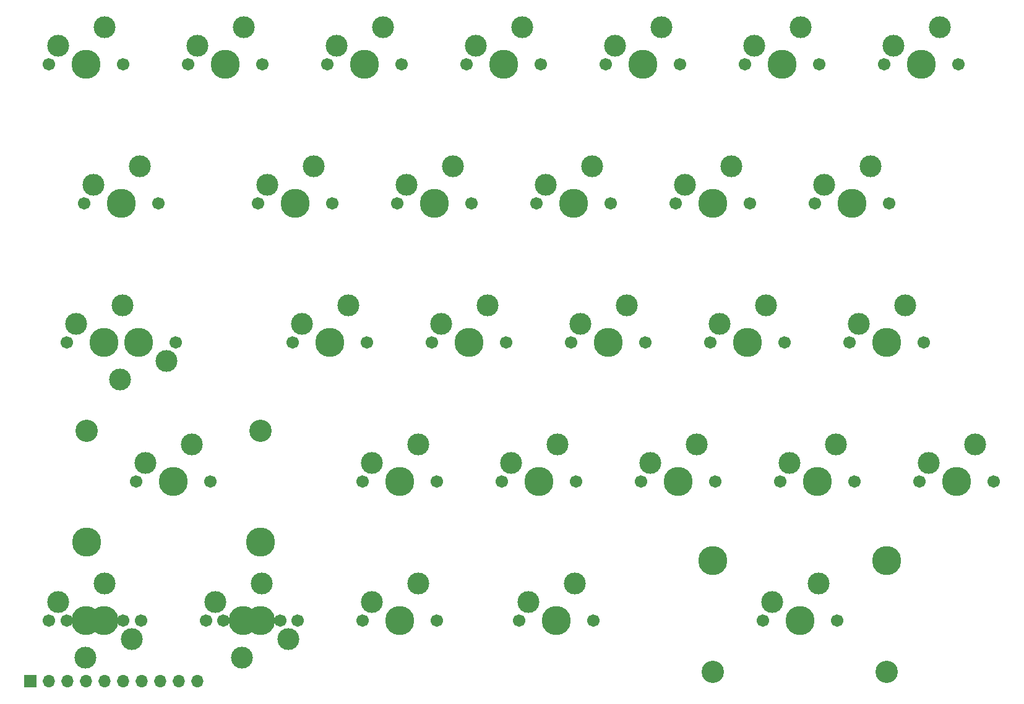
<source format=gbr>
%TF.GenerationSoftware,KiCad,Pcbnew,(5.1.10)-1*%
%TF.CreationDate,2023-08-12T15:50:22-04:00*%
%TF.ProjectId,niche65_mk2_left_RIGID,6e696368-6536-4355-9f6d-6b325f6c6566,rev?*%
%TF.SameCoordinates,Original*%
%TF.FileFunction,Soldermask,Top*%
%TF.FilePolarity,Negative*%
%FSLAX46Y46*%
G04 Gerber Fmt 4.6, Leading zero omitted, Abs format (unit mm)*
G04 Created by KiCad (PCBNEW (5.1.10)-1) date 2023-08-12 15:50:22*
%MOMM*%
%LPD*%
G01*
G04 APERTURE LIST*
%ADD10C,3.987800*%
%ADD11C,3.048000*%
%ADD12C,1.701800*%
%ADD13C,3.000000*%
%ADD14O,1.700000X1.700000*%
%ADD15R,1.700000X1.700000*%
G04 APERTURE END LIST*
D10*
%TO.C,REF\u002A\u002A*%
X123806250Y-165405000D03*
X100006250Y-165405000D03*
D11*
X123806250Y-150165000D03*
X100006250Y-150165000D03*
%TD*%
%TO.C,REF\u002A\u002A*%
X209531250Y-183185000D03*
X185731250Y-183185000D03*
D10*
X209531250Y-167945000D03*
X185731250Y-167945000D03*
%TD*%
D12*
%TO.C,SW1*%
X94920000Y-100000000D03*
X105080000Y-100000000D03*
D10*
X100000000Y-100000000D03*
D13*
X96190000Y-97460000D03*
X102540000Y-94920000D03*
%TD*%
%TO.C,SW2*%
X121590000Y-94920000D03*
X115240000Y-97460000D03*
D10*
X119050000Y-100000000D03*
D12*
X124130000Y-100000000D03*
X113970000Y-100000000D03*
%TD*%
%TO.C,SW3*%
X133020000Y-100000000D03*
X143180000Y-100000000D03*
D10*
X138100000Y-100000000D03*
D13*
X134290000Y-97460000D03*
X140640000Y-94920000D03*
%TD*%
D12*
%TO.C,SW4*%
X152070000Y-100000000D03*
X162230000Y-100000000D03*
D10*
X157150000Y-100000000D03*
D13*
X153340000Y-97460000D03*
X159690000Y-94920000D03*
%TD*%
%TO.C,SW5*%
X178740000Y-94920000D03*
X172390000Y-97460000D03*
D10*
X176200000Y-100000000D03*
D12*
X181280000Y-100000000D03*
X171120000Y-100000000D03*
%TD*%
%TO.C,SW6*%
X190170000Y-100000000D03*
X200330000Y-100000000D03*
D10*
X195250000Y-100000000D03*
D13*
X191440000Y-97460000D03*
X197790000Y-94920000D03*
%TD*%
D12*
%TO.C,SW7*%
X209220000Y-100000000D03*
X219380000Y-100000000D03*
D10*
X214300000Y-100000000D03*
D13*
X210490000Y-97460000D03*
X216840000Y-94920000D03*
%TD*%
%TO.C,SW8*%
X107302500Y-113970000D03*
X100952500Y-116510000D03*
D10*
X104762500Y-119050000D03*
D12*
X109842500Y-119050000D03*
X99682500Y-119050000D03*
%TD*%
%TO.C,SW9*%
X123495000Y-119050000D03*
X133655000Y-119050000D03*
D10*
X128575000Y-119050000D03*
D13*
X124765000Y-116510000D03*
X131115000Y-113970000D03*
%TD*%
%TO.C,SW10*%
X150165000Y-113970000D03*
X143815000Y-116510000D03*
D10*
X147625000Y-119050000D03*
D12*
X152705000Y-119050000D03*
X142545000Y-119050000D03*
%TD*%
%TO.C,SW11*%
X161595000Y-119050000D03*
X171755000Y-119050000D03*
D10*
X166675000Y-119050000D03*
D13*
X162865000Y-116510000D03*
X169215000Y-113970000D03*
%TD*%
%TO.C,SW12*%
X188265000Y-113970000D03*
X181915000Y-116510000D03*
D10*
X185725000Y-119050000D03*
D12*
X190805000Y-119050000D03*
X180645000Y-119050000D03*
%TD*%
%TO.C,SW13*%
X199695000Y-119050000D03*
X209855000Y-119050000D03*
D10*
X204775000Y-119050000D03*
D13*
X200965000Y-116510000D03*
X207315000Y-113970000D03*
%TD*%
%TO.C,SW14*%
X104921250Y-133020000D03*
X98571250Y-135560000D03*
D10*
X102381250Y-138100000D03*
D12*
X107461250Y-138100000D03*
X97301250Y-138100000D03*
%TD*%
D13*
%TO.C,SW15*%
X135877500Y-133020000D03*
X129527500Y-135560000D03*
D10*
X133337500Y-138100000D03*
D12*
X138417500Y-138100000D03*
X128257500Y-138100000D03*
%TD*%
%TO.C,SW16*%
X147307500Y-138100000D03*
X157467500Y-138100000D03*
D10*
X152387500Y-138100000D03*
D13*
X148577500Y-135560000D03*
X154927500Y-133020000D03*
%TD*%
D12*
%TO.C,SW17*%
X166357500Y-138100000D03*
X176517500Y-138100000D03*
D10*
X171437500Y-138100000D03*
D13*
X167627500Y-135560000D03*
X173977500Y-133020000D03*
%TD*%
%TO.C,SW18*%
X193027500Y-133020000D03*
X186677500Y-135560000D03*
D10*
X190487500Y-138100000D03*
D12*
X195567500Y-138100000D03*
X185407500Y-138100000D03*
%TD*%
%TO.C,SW19*%
X204457500Y-138100000D03*
X214617500Y-138100000D03*
D10*
X209537500Y-138100000D03*
D13*
X205727500Y-135560000D03*
X212077500Y-133020000D03*
%TD*%
%TO.C,SW20*%
X114446250Y-152070000D03*
X108096250Y-154610000D03*
D10*
X111906250Y-157150000D03*
D12*
X116986250Y-157150000D03*
X106826250Y-157150000D03*
%TD*%
D13*
%TO.C,SW22*%
X145402500Y-152070000D03*
X139052500Y-154610000D03*
D10*
X142862500Y-157150000D03*
D12*
X147942500Y-157150000D03*
X137782500Y-157150000D03*
%TD*%
%TO.C,SW23*%
X156832500Y-157150000D03*
X166992500Y-157150000D03*
D10*
X161912500Y-157150000D03*
D13*
X158102500Y-154610000D03*
X164452500Y-152070000D03*
%TD*%
%TO.C,SW24*%
X183502500Y-152070000D03*
X177152500Y-154610000D03*
D10*
X180962500Y-157150000D03*
D12*
X186042500Y-157150000D03*
X175882500Y-157150000D03*
%TD*%
%TO.C,SW25*%
X194932500Y-157150000D03*
X205092500Y-157150000D03*
D10*
X200012500Y-157150000D03*
D13*
X196202500Y-154610000D03*
X202552500Y-152070000D03*
%TD*%
%TO.C,SW26*%
X221602500Y-152070000D03*
X215252500Y-154610000D03*
D10*
X219062500Y-157150000D03*
D12*
X224142500Y-157150000D03*
X213982500Y-157150000D03*
%TD*%
D13*
%TO.C,SW27*%
X102540000Y-171120000D03*
X96190000Y-173660000D03*
D10*
X100000000Y-176200000D03*
D12*
X105080000Y-176200000D03*
X94920000Y-176200000D03*
%TD*%
D13*
%TO.C,SW28*%
X123971250Y-171120000D03*
X117621250Y-173660000D03*
D10*
X121431250Y-176200000D03*
D12*
X126511250Y-176200000D03*
X116351250Y-176200000D03*
%TD*%
D13*
%TO.C,SW29*%
X145402500Y-171120000D03*
X139052500Y-173660000D03*
D10*
X142862500Y-176200000D03*
D12*
X147942500Y-176200000D03*
X137782500Y-176200000D03*
%TD*%
%TO.C,SW30*%
X159213750Y-176200000D03*
X169373750Y-176200000D03*
D10*
X164293750Y-176200000D03*
D13*
X160483750Y-173660000D03*
X166833750Y-171120000D03*
%TD*%
%TO.C,SW31*%
X200171250Y-171120000D03*
X193821250Y-173660000D03*
D10*
X197631250Y-176200000D03*
D12*
X202711250Y-176200000D03*
X192551250Y-176200000D03*
%TD*%
D13*
%TO.C,SW141*%
X104603750Y-143180000D03*
X110953750Y-140640000D03*
D10*
X107143750Y-138100000D03*
D12*
X102063750Y-138100000D03*
X112223750Y-138100000D03*
%TD*%
%TO.C,SW271*%
X107461250Y-176200000D03*
X97301250Y-176200000D03*
D10*
X102381250Y-176200000D03*
D13*
X106191250Y-178740000D03*
X99841250Y-181280000D03*
%TD*%
D12*
%TO.C,SW281*%
X128892500Y-176200000D03*
X118732500Y-176200000D03*
D10*
X123812500Y-176200000D03*
D13*
X127622500Y-178740000D03*
X121272500Y-181280000D03*
%TD*%
D14*
%TO.C,J10*%
X115240000Y-184455000D03*
X112700000Y-184455000D03*
X110160000Y-184455000D03*
X107620000Y-184455000D03*
X105080000Y-184455000D03*
X102540000Y-184455000D03*
X100000000Y-184455000D03*
X97460000Y-184455000D03*
X94920000Y-184455000D03*
D15*
X92380000Y-184455000D03*
%TD*%
M02*

</source>
